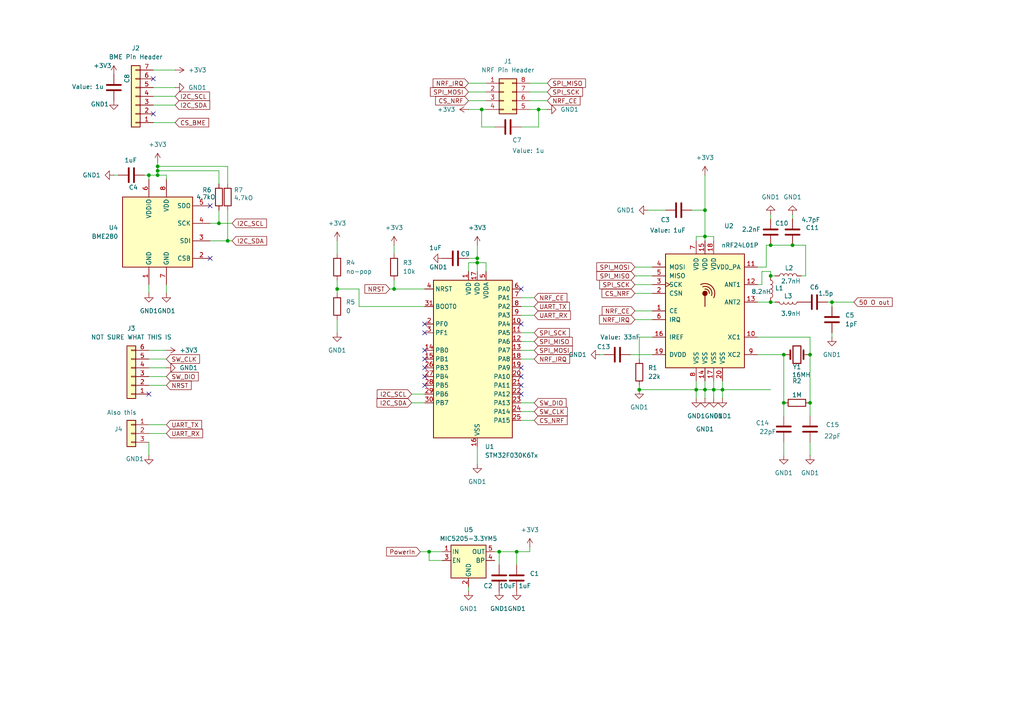
<source format=kicad_sch>
(kicad_sch (version 20231120) (generator "eeschema") (generator_version "8.0")
  (paper "A4")
  (lib_symbols
    (symbol "Connector_Generic:Conn_01x03" (pin_names (offset 1.016) hide)
      (property "Reference" "J" (at 0 5.08 0))
      (property "Value" "Conn_01x03" (at 0 -5.08 0))
      (symbol "Conn_01x03_1_1"
        (rectangle (start -1.27 -2.413) (end 0 -2.667) (stroke (width 0.1524)))
        (rectangle (start -1.27 0.127) (end 0 -0.127) (stroke (width 0.1524)))
        (rectangle (start -1.27 2.667) (end 0 2.413) (stroke (width 0.1524)))
        (rectangle (start -1.27 3.81) (end 1.27 -3.81) (stroke (width 0.254)) (fill (type background)))
        (pin passive line (at -5.08 2.54 0) (length 3.81) (name "Pin_1") (number "1"))
        (pin passive line (at -5.08 0 0) (length 3.81) (name "Pin_2") (number "2"))
        (pin passive line (at -5.08 -2.54 0) (length 3.81) (name "Pin_3") (number "3"))
      )
    )
    (symbol "Connector_Generic:Conn_01x06" (pin_names (offset 1.016) hide)
      (property "Reference" "J" (at 0 7.62 0))
      (property "Value" "Conn_01x06" (at 0 -10.16 0))
      (symbol "Conn_01x06_1_1"
        (rectangle (start -1.27 -7.493) (end 0 -7.747) (stroke (width 0.1524)))
        (rectangle (start -1.27 -4.953) (end 0 -5.207) (stroke (width 0.1524)))
        (rectangle (start -1.27 -2.413) (end 0 -2.667) (stroke (width 0.1524)))
        (rectangle (start -1.27 0.127) (end 0 -0.127) (stroke (width 0.1524)))
        (rectangle (start -1.27 2.667) (end 0 2.413) (stroke (width 0.1524)))
        (rectangle (start -1.27 5.207) (end 0 4.953) (stroke (width 0.1524)))
        (rectangle (start -1.27 6.35) (end 1.27 -8.89) (stroke (width 0.254)) (fill (type background)))
        (pin passive line (at -5.08 5.08 0) (length 3.81) (name "Pin_1") (number "1"))
        (pin passive line (at -5.08 2.54 0) (length 3.81) (name "Pin_2") (number "2"))
        (pin passive line (at -5.08 0 0) (length 3.81) (name "Pin_3") (number "3"))
        (pin passive line (at -5.08 -2.54 0) (length 3.81) (name "Pin_4") (number "4"))
        (pin passive line (at -5.08 -5.08 0) (length 3.81) (name "Pin_5") (number "5"))
        (pin passive line (at -5.08 -7.62 0) (length 3.81) (name "Pin_6") (number "6"))
      )
    )
    (symbol "Connector_Generic:Conn_01x07" (pin_names (offset 1.016) hide)
      (property "Reference" "J" (at 0 10.16 0))
      (property "Value" "Conn_01x07" (at 0 -10.16 0))
      (symbol "Conn_01x07_1_1"
        (rectangle (start -1.27 -7.493) (end 0 -7.747) (stroke (width 0.1524)))
        (rectangle (start -1.27 -4.953) (end 0 -5.207) (stroke (width 0.1524)))
        (rectangle (start -1.27 -2.413) (end 0 -2.667) (stroke (width 0.1524)))
        (rectangle (start -1.27 0.127) (end 0 -0.127) (stroke (width 0.1524)))
        (rectangle (start -1.27 2.667) (end 0 2.413) (stroke (width 0.1524)))
        (rectangle (start -1.27 5.207) (end 0 4.953) (stroke (width 0.1524)))
        (rectangle (start -1.27 7.747) (end 0 7.493) (stroke (width 0.1524)))
        (rectangle (start -1.27 8.89) (end 1.27 -8.89) (stroke (width 0.254)) (fill (type background)))
        (pin passive line (at -5.08 7.62 0) (length 3.81) (name "Pin_1") (number "1"))
        (pin passive line (at -5.08 5.08 0) (length 3.81) (name "Pin_2") (number "2"))
        (pin passive line (at -5.08 2.54 0) (length 3.81) (name "Pin_3") (number "3"))
        (pin passive line (at -5.08 0 0) (length 3.81) (name "Pin_4") (number "4"))
        (pin passive line (at -5.08 -2.54 0) (length 3.81) (name "Pin_5") (number "5"))
        (pin passive line (at -5.08 -5.08 0) (length 3.81) (name "Pin_6") (number "6"))
        (pin passive line (at -5.08 -7.62 0) (length 3.81) (name "Pin_7") (number "7"))
      )
    )
    (symbol "Connector_Generic:Conn_02x04_Counter_Clockwise" (pin_names (offset 1.016) hide)
      (property "Reference" "J" (at 1.27 5.08 0))
      (property "Value" "Conn_02x04_Counter_Clockwise" (at 1.27 -7.62 0))
      (symbol "Conn_02x04_Counter_Clockwise_1_1"
        (rectangle (start -1.27 -4.953) (end 0 -5.207) (stroke (width 0.1524)))
        (rectangle (start -1.27 -2.413) (end 0 -2.667) (stroke (width 0.1524)))
        (rectangle (start -1.27 0.127) (end 0 -0.127) (stroke (width 0.1524)))
        (rectangle (start -1.27 2.667) (end 0 2.413) (stroke (width 0.1524)))
        (rectangle (start -1.27 3.81) (end 3.81 -6.35) (stroke (width 0.254)) (fill (type background)))
        (rectangle (start 3.81 -4.953) (end 2.54 -5.207) (stroke (width 0.1524)))
        (rectangle (start 3.81 -2.413) (end 2.54 -2.667) (stroke (width 0.1524)))
        (rectangle (start 3.81 0.127) (end 2.54 -0.127) (stroke (width 0.1524)))
        (rectangle (start 3.81 2.667) (end 2.54 2.413) (stroke (width 0.1524)))
        (pin passive line (at -5.08 2.54 0) (length 3.81) (name "Pin_1") (number "1"))
        (pin passive line (at -5.08 0 0) (length 3.81) (name "Pin_2") (number "2"))
        (pin passive line (at -5.08 -2.54 0) (length 3.81) (name "Pin_3") (number "3"))
        (pin passive line (at -5.08 -5.08 0) (length 3.81) (name "Pin_4") (number "4"))
        (pin passive line (at 7.62 -5.08 180) (length 3.81) (name "Pin_5") (number "5"))
        (pin passive line (at 7.62 -2.54 180) (length 3.81) (name "Pin_6") (number "6"))
        (pin passive line (at 7.62 0 180) (length 3.81) (name "Pin_7") (number "7"))
        (pin passive line (at 7.62 2.54 180) (length 3.81) (name "Pin_8") (number "8"))
      )
    )
    (symbol "Device:C" (pin_numbers hide) (pin_names (offset 0.254))
      (property "Reference" "C" (at 0.635 2.54 0))
      (property "Value" "C" (at 0.635 -2.54 0))
      (symbol "C_0_1"
        (polyline (pts (xy -2.032 -0.762) (xy 2.032 -0.762)) (stroke (width 0.508)))
        (polyline (pts (xy -2.032 0.762) (xy 2.032 0.762)) (stroke (width 0.508)))
      )
      (symbol "C_1_1"
        (pin passive line (at 0 3.81 270) (length 2.794) (name "~") (number "1"))
        (pin passive line (at 0 -3.81 90) (length 2.794) (name "~") (number "2"))
      )
    )
    (symbol "Device:Crystal" (pin_numbers hide) (pin_names (offset 1.016) hide)
      (property "Reference" "Y" (at 0 3.81 0))
      (property "Value" "Crystal" (at 0 -3.81 0))
      (symbol "Crystal_0_1"
        (rectangle (start -1.143 2.54) (end 1.143 -2.54) (stroke (width 0.3048)))
        (polyline (pts (xy -2.54 0) (xy -1.905 0)))
        (polyline (pts (xy -1.905 -1.27) (xy -1.905 1.27)) (stroke (width 0.508)))
        (polyline (pts (xy 1.905 -1.27) (xy 1.905 1.27)) (stroke (width 0.508)))
        (polyline (pts (xy 2.54 0) (xy 1.905 0)))
      )
      (symbol "Crystal_1_1"
        (pin passive line (at -3.81 0 0) (length 1.27) (name "1") (number "1"))
        (pin passive line (at 3.81 0 180) (length 1.27) (name "2") (number "2"))
      )
    )
    (symbol "Device:L" (pin_numbers hide) (pin_names (offset 1.016) hide)
      (property "Reference" "L" (at -1.27 0 90))
      (property "Value" "L" (at 1.905 0 90))
      (symbol "L_0_1"
        (arc (start 0 -2.54) (mid 0.6323 -1.905) (end 0 -1.27))
        (arc (start 0 -1.27) (mid 0.6323 -0.635) (end 0 0))
        (arc (start 0 0) (mid 0.6323 0.635) (end 0 1.27))
        (arc (start 0 1.27) (mid 0.6323 1.905) (end 0 2.54))
      )
      (symbol "L_1_1"
        (pin passive line (at 0 3.81 270) (length 1.27) (name "1") (number "1"))
        (pin passive line (at 0 -3.81 90) (length 1.27) (name "2") (number "2"))
      )
    )
    (symbol "Device:R" (pin_numbers hide) (pin_names (offset 0))
      (property "Reference" "R" (at 2.032 0 90))
      (property "Value" "R" (at 0 0 90))
      (symbol "R_0_1"
        (rectangle (start -1.016 -2.54) (end 1.016 2.54) (stroke (width 0.254)))
      )
      (symbol "R_1_1"
        (pin passive line (at 0 3.81 270) (length 1.27) (name "~") (number "1"))
        (pin passive line (at 0 -3.81 90) (length 1.27) (name "~") (number "2"))
      )
    )
    (symbol "MCU_ST_STM32F0:STM32F030K6Tx"
      (property "Reference" "U" (at -10.16 24.13 0))
      (property "Value" "STM32F030K6Tx" (at 7.62 24.13 0))
      (symbol "STM32F030K6Tx_0_1"
        (rectangle (start -10.16 -22.86) (end 12.7 22.86) (stroke (width 0.254)) (fill (type background)))
      )
      (symbol "STM32F030K6Tx_1_1"
        (pin power_in line (at 0 25.4 270) (length 2.54) (name "VDD") (number "1"))
        (pin bidirectional line (at 15.24 10.16 180) (length 2.54) (name "PA4") (number "10"))
        (pin bidirectional line (at 15.24 7.62 180) (length 2.54) (name "PA5") (number "11"))
        (pin bidirectional line (at 15.24 5.08 180) (length 2.54) (name "PA6") (number "12"))
        (pin bidirectional line (at 15.24 2.54 180) (length 2.54) (name "PA7") (number "13"))
        (pin bidirectional line (at -12.7 2.54 0) (length 2.54) (name "PB0") (number "14"))
        (pin bidirectional line (at -12.7 0 0) (length 2.54) (name "PB1") (number "15"))
        (pin power_in line (at 2.54 -25.4 90) (length 2.54) (name "VSS") (number "16"))
        (pin power_in line (at 2.54 25.4 270) (length 2.54) (name "VDD") (number "17"))
        (pin bidirectional line (at 15.24 0 180) (length 2.54) (name "PA8") (number "18"))
        (pin bidirectional line (at 15.24 -2.54 180) (length 2.54) (name "PA9") (number "19"))
        (pin bidirectional line (at -12.7 10.16 0) (length 2.54) (name "PF0") (number "2"))
        (pin bidirectional line (at 15.24 -5.08 180) (length 2.54) (name "PA10") (number "20"))
        (pin bidirectional line (at 15.24 -7.62 180) (length 2.54) (name "PA11") (number "21"))
        (pin bidirectional line (at 15.24 -10.16 180) (length 2.54) (name "PA12") (number "22"))
        (pin bidirectional line (at 15.24 -12.7 180) (length 2.54) (name "PA13") (number "23"))
        (pin bidirectional line (at 15.24 -15.24 180) (length 2.54) (name "PA14") (number "24"))
        (pin bidirectional line (at 15.24 -17.78 180) (length 2.54) (name "PA15") (number "25"))
        (pin bidirectional line (at -12.7 -2.54 0) (length 2.54) (name "PB3") (number "26"))
        (pin bidirectional line (at -12.7 -5.08 0) (length 2.54) (name "PB4") (number "27"))
        (pin bidirectional line (at -12.7 -7.62 0) (length 2.54) (name "PB5") (number "28"))
        (pin bidirectional line (at -12.7 -10.16 0) (length 2.54) (name "PB6") (number "29"))
        (pin bidirectional line (at -12.7 7.62 0) (length 2.54) (name "PF1") (number "3"))
        (pin bidirectional line (at -12.7 -12.7 0) (length 2.54) (name "PB7") (number "30"))
        (pin input line (at -12.7 15.24 0) (length 2.54) (name "BOOT0") (number "31"))
        (pin passive line (at 2.54 -25.4 90) (length 2.54) hide (name "VSS") (number "32"))
        (pin input line (at -12.7 20.32 0) (length 2.54) (name "NRST") (number "4"))
        (pin power_in line (at 5.08 25.4 270) (length 2.54) (name "VDDA") (number "5"))
        (pin bidirectional line (at 15.24 20.32 180) (length 2.54) (name "PA0") (number "6"))
        (pin bidirectional line (at 15.24 17.78 180) (length 2.54) (name "PA1") (number "7"))
        (pin bidirectional line (at 15.24 15.24 180) (length 2.54) (name "PA2") (number "8"))
        (pin bidirectional line (at 15.24 12.7 180) (length 2.54) (name "PA3") (number "9"))
      )
    )
    (symbol "RF:nRF24L01P" (pin_names (offset 1.016))
      (property "Reference" "U" (at -11.43 17.78 0))
      (property "Value" "nRF24L01P" (at 5.08 17.78 0))
      (symbol "nRF24L01P_0_1"
        (rectangle (start -11.43 16.51) (end 11.43 -16.51) (stroke (width 0.254)) (fill (type background)))
        (polyline (pts (xy 0 4.445) (xy 0 1.27)) (stroke (width 0.254)))
        (circle (center 0 5.08) (radius 0.635) (stroke (width 0.254)) (fill (type outline)))
        (arc (start 1.27 5.08) (mid 0.9071 5.9946) (end 0 6.35) (stroke (width 0.254)))
        (arc (start 1.905 4.445) (mid 1.4313 6.5254) (end -0.635 6.985) (stroke (width 0.254)))
        (arc (start 2.54 3.81) (mid 2.008 7.088) (end -1.27 7.62) (stroke (width 0.254)))
        (rectangle (start 11.43 -13.97) (end 11.43 -13.97))
      )
      (symbol "nRF24L01P_1_1"
        (pin input line (at -15.24 0 0) (length 3.81) (name "CE") (number "1"))
        (pin passive line (at 15.24 -7.62 180) (length 3.81) (name "XC1") (number "10"))
        (pin power_out line (at 15.24 12.7 180) (length 3.81) (name "VDD_PA") (number "11"))
        (pin passive line (at 15.24 7.62 180) (length 3.81) (name "ANT1") (number "12"))
        (pin passive line (at 15.24 2.54 180) (length 3.81) (name "ANT2") (number "13"))
        (pin power_in line (at 0 -20.32 90) (length 3.81) (name "VSS") (number "14"))
        (pin power_in line (at 0 20.32 270) (length 3.81) (name "VDD") (number "15"))
        (pin passive line (at -15.24 -7.62 0) (length 3.81) (name "IREF") (number "16"))
        (pin power_in line (at 2.54 -20.32 90) (length 3.81) (name "VSS") (number "17"))
        (pin power_in line (at 2.54 20.32 270) (length 3.81) (name "VDD") (number "18"))
        (pin power_out line (at -15.24 -12.7 0) (length 3.81) (name "DVDD") (number "19"))
        (pin input line (at -15.24 5.08 0) (length 3.81) (name "CSN") (number "2"))
        (pin power_in line (at 5.08 -20.32 90) (length 3.81) (name "VSS") (number "20"))
        (pin input clock (at -15.24 7.62 0) (length 3.81) (name "SCK") (number "3"))
        (pin input line (at -15.24 12.7 0) (length 3.81) (name "MOSI") (number "4"))
        (pin output line (at -15.24 10.16 0) (length 3.81) (name "MISO") (number "5"))
        (pin output line (at -15.24 -2.54 0) (length 3.81) (name "IRQ") (number "6"))
        (pin power_in line (at -2.54 20.32 270) (length 3.81) (name "VDD") (number "7"))
        (pin power_in line (at -2.54 -20.32 90) (length 3.81) (name "VSS") (number "8"))
        (pin passive line (at 15.24 -12.7 180) (length 3.81) (name "XC2") (number "9"))
      )
    )
    (symbol "Regulator_Linear:MIC5205-3.3YM5" (pin_names (offset 0.254))
      (property "Reference" "U" (at -3.81 5.715 0))
      (property "Value" "MIC5205-3.3YM5" (at 0 5.715 0))
      (symbol "MIC5205-3.3YM5_0_1"
        (rectangle (start -5.08 4.445) (end 5.08 -5.08) (stroke (width 0.254)) (fill (type background)))
      )
      (symbol "MIC5205-3.3YM5_1_1"
        (pin power_in line (at -7.62 2.54 0) (length 2.54) (name "IN") (number "1"))
        (pin power_in line (at 0 -7.62 90) (length 2.54) (name "GND") (number "2"))
        (pin input line (at -7.62 0 0) (length 2.54) (name "EN") (number "3"))
        (pin input line (at 7.62 0 180) (length 2.54) (name "BP") (number "4"))
        (pin power_out line (at 7.62 2.54 180) (length 2.54) (name "OUT") (number "5"))
      )
    )
    (symbol "Sensor:BME280"
      (property "Reference" "U" (at -8.89 11.43 0))
      (property "Value" "BME280" (at 7.62 11.43 0))
      (symbol "BME280_0_1"
        (rectangle (start -10.16 10.16) (end 10.16 -10.16) (stroke (width 0.254)) (fill (type background)))
      )
      (symbol "BME280_1_1"
        (pin power_in line (at -2.54 -15.24 90) (length 5.08) (name "GND") (number "1"))
        (pin input line (at 15.24 -7.62 180) (length 5.08) (name "CSB") (number "2"))
        (pin bidirectional line (at 15.24 -2.54 180) (length 5.08) (name "SDI") (number "3"))
        (pin input line (at 15.24 2.54 180) (length 5.08) (name "SCK") (number "4"))
        (pin bidirectional line (at 15.24 7.62 180) (length 5.08) (name "SDO") (number "5"))
        (pin power_in line (at -2.54 15.24 270) (length 5.08) (name "VDDIO") (number "6"))
        (pin power_in line (at 2.54 -15.24 90) (length 5.08) (name "GND") (number "7"))
        (pin power_in line (at 2.54 15.24 270) (length 5.08) (name "VDD") (number "8"))
      )
    )
    (symbol "power:+3V3" (power) (pin_numbers hide) (pin_names (offset 0) hide)
      (property "Value" "+3V3" (at 0 3.556 0))
      (symbol "+3V3_0_1"
        (polyline (pts (xy -0.762 1.27) (xy 0 2.54)))
        (polyline (pts (xy 0 0) (xy 0 2.54)))
        (polyline (pts (xy 0 2.54) (xy 0.762 1.27)))
      )
      (symbol "+3V3_1_1"
        (pin power_in line (at 0 0 90) (length 0) (name "~") (number "1"))
      )
    )
    (symbol "power:GND1" (power) (pin_numbers hide) (pin_names (offset 0) hide)
      (property "Value" "GND1" (at 0 -3.81 0))
      (symbol "GND1_0_1"
        (polyline (pts (xy 0 0) (xy 0 -1.27) (xy 1.27 -1.27) (xy 0 -2.54) (xy -1.27 -1.27) (xy 0 -1.27)))
      )
      (symbol "GND1_1_1"
        (pin power_in line (at 0 0 270) (length 0) (name "~") (number "1"))
      )
    )
  )
  (junction (at 223.52 87.63))
  (junction (at 209.55 113.03))
  (junction (at 229.87 71.12))
  (junction (at 223.52 80.01))
  (junction (at 201.93 113.03))
  (junction (at 138.43 76.2))
  (junction (at 144.78 160.02))
  (junction (at 223.52 71.12))
  (junction (at 234.95 116.84))
  (junction (at 45.72 50.8))
  (junction (at 45.72 48.26))
  (junction (at 66.04 69.85))
  (junction (at 204.47 60.96))
  (junction (at 234.95 102.87))
  (junction (at 241.3 87.63))
  (junction (at 149.86 160.02))
  (junction (at 45.72 49.53))
  (junction (at 156.21 31.75))
  (junction (at 204.47 113.03))
  (junction (at 138.43 74.93))
  (junction (at 227.33 102.87))
  (junction (at 124.46 160.02))
  (junction (at 114.3 83.82))
  (junction (at 185.42 113.03))
  (junction (at 63.5 64.77))
  (junction (at 43.18 50.8))
  (junction (at 207.01 113.03))
  (junction (at 204.47 68.58))
  (junction (at 227.33 116.84))
  (junction (at 139.7 31.75))
  (junction (at 97.79 83.82))
  (no_connect (at 123.19 111.76))
  (no_connect (at 151.13 83.82))
  (no_connect (at 151.13 93.98))
  (no_connect (at 151.13 106.68))
  (no_connect (at 43.18 114.3))
  (no_connect (at 151.13 111.76))
  (no_connect (at 123.19 104.14))
  (no_connect (at 123.19 93.98))
  (no_connect (at 123.19 109.22))
  (no_connect (at 151.13 114.3))
  (no_connect (at 123.19 106.68))
  (no_connect (at 123.19 101.6))
  (no_connect (at 60.96 74.93))
  (no_connect (at 123.19 96.52))
  (no_connect (at 60.96 59.69))
  (no_connect (at 44.45 22.86))
  (no_connect (at 44.45 33.02))
  (no_connect (at 151.13 109.22))
  (wire (pts (xy 138.43 74.93) (xy 138.43 76.2)))
  (wire (pts (xy 207.01 69.85) (xy 207.01 68.58)))
  (wire (pts (xy 43.18 111.76) (xy 48.26 111.76)))
  (wire (pts (xy 60.96 64.77) (xy 63.5 64.77)))
  (wire (pts (xy 185.42 111.76) (xy 185.42 113.03)))
  (wire (pts (xy 219.71 102.87) (xy 227.33 102.87)))
  (wire (pts (xy 184.15 85.09) (xy 189.23 85.09)))
  (wire (pts (xy 45.72 46.99) (xy 45.72 48.26)))
  (wire (pts (xy 119.38 114.3) (xy 123.19 114.3)))
  (wire (pts (xy 97.79 83.82) (xy 97.79 81.28)))
  (wire (pts (xy 234.95 97.79) (xy 234.95 102.87)))
  (wire (pts (xy 227.33 116.84) (xy 227.33 120.65)))
  (wire (pts (xy 153.67 160.02) (xy 149.86 160.02)))
  (wire (pts (xy 104.14 88.9) (xy 104.14 83.82)))
  (wire (pts (xy 43.18 82.55) (xy 43.18 85.09)))
  (wire (pts (xy 223.52 80.01) (xy 224.79 80.01)))
  (wire (pts (xy 151.13 36.83) (xy 156.21 36.83)))
  (wire (pts (xy 207.01 110.49) (xy 207.01 113.03)))
  (wire (pts (xy 151.13 116.84) (xy 154.94 116.84)))
  (wire (pts (xy 43.18 106.68) (xy 48.26 106.68)))
  (wire (pts (xy 241.3 87.63) (xy 241.3 88.9)))
  (wire (pts (xy 227.33 102.87) (xy 227.33 116.84)))
  (wire (pts (xy 97.79 69.85) (xy 97.79 73.66)))
  (wire (pts (xy 44.45 25.4) (xy 50.8 25.4)))
  (wire (pts (xy 222.25 71.12) (xy 223.52 71.12)))
  (wire (pts (xy 204.47 60.96) (xy 204.47 68.58)))
  (wire (pts (xy 223.52 62.23) (xy 223.52 63.5)))
  (wire (pts (xy 139.7 31.75) (xy 140.97 31.75)))
  (wire (pts (xy 48.26 50.8) (xy 48.26 52.07)))
  (wire (pts (xy 149.86 160.02) (xy 149.86 163.83)))
  (wire (pts (xy 201.93 113.03) (xy 204.47 113.03)))
  (wire (pts (xy 185.42 97.79) (xy 185.42 104.14)))
  (wire (pts (xy 229.87 71.12) (xy 233.68 71.12)))
  (wire (pts (xy 151.13 88.9) (xy 154.94 88.9)))
  (wire (pts (xy 153.67 29.21) (xy 158.75 29.21)))
  (wire (pts (xy 138.43 129.54) (xy 138.43 134.62)))
  (wire (pts (xy 114.3 71.12) (xy 114.3 73.66)))
  (wire (pts (xy 135.89 24.13) (xy 140.97 24.13)))
  (wire (pts (xy 45.72 48.26) (xy 66.04 48.26)))
  (wire (pts (xy 44.45 27.94) (xy 50.8 27.94)))
  (wire (pts (xy 43.18 109.22) (xy 48.26 109.22)))
  (wire (pts (xy 33.02 50.8) (xy 34.29 50.8)))
  (wire (pts (xy 43.18 50.8) (xy 45.72 50.8)))
  (wire (pts (xy 44.45 20.32) (xy 50.8 20.32)))
  (wire (pts (xy 173.99 102.87) (xy 175.26 102.87)))
  (wire (pts (xy 185.42 113.03) (xy 201.93 113.03)))
  (wire (pts (xy 138.43 76.2) (xy 140.97 76.2)))
  (wire (pts (xy 135.89 76.2) (xy 135.89 78.74)))
  (wire (pts (xy 135.89 26.67) (xy 140.97 26.67)))
  (wire (pts (xy 114.3 83.82) (xy 123.19 83.82)))
  (wire (pts (xy 184.15 77.47) (xy 189.23 77.47)))
  (wire (pts (xy 153.67 31.75) (xy 156.21 31.75)))
  (wire (pts (xy 189.23 97.79) (xy 185.42 97.79)))
  (wire (pts (xy 234.95 102.87) (xy 234.95 116.84)))
  (wire (pts (xy 227.33 128.27) (xy 227.33 132.08)))
  (wire (pts (xy 45.72 49.53) (xy 45.72 50.8)))
  (wire (pts (xy 119.38 116.84) (xy 123.19 116.84)))
  (wire (pts (xy 233.68 71.12) (xy 233.68 80.01)))
  (wire (pts (xy 204.47 113.03) (xy 204.47 115.57)))
  (wire (pts (xy 184.15 82.55) (xy 189.23 82.55)))
  (wire (pts (xy 201.93 110.49) (xy 201.93 113.03)))
  (wire (pts (xy 151.13 121.92) (xy 154.94 121.92)))
  (wire (pts (xy 138.43 71.12) (xy 138.43 74.93)))
  (wire (pts (xy 63.5 60.96) (xy 63.5 64.77)))
  (wire (pts (xy 184.15 90.17) (xy 189.23 90.17)))
  (wire (pts (xy 229.87 62.23) (xy 229.87 63.5)))
  (wire (pts (xy 43.18 104.14) (xy 48.26 104.14)))
  (wire (pts (xy 123.19 88.9) (xy 104.14 88.9)))
  (wire (pts (xy 201.93 113.03) (xy 201.93 115.57)))
  (wire (pts (xy 201.93 68.58) (xy 201.93 69.85)))
  (wire (pts (xy 135.89 74.93) (xy 138.43 74.93)))
  (wire (pts (xy 151.13 119.38) (xy 154.94 119.38)))
  (wire (pts (xy 135.89 31.75) (xy 139.7 31.75)))
  (wire (pts (xy 223.52 71.12) (xy 229.87 71.12)))
  (wire (pts (xy 204.47 68.58) (xy 201.93 68.58)))
  (wire (pts (xy 114.3 83.82) (xy 114.3 81.28)))
  (wire (pts (xy 104.14 83.82) (xy 97.79 83.82)))
  (wire (pts (xy 247.65 87.63) (xy 241.3 87.63)))
  (wire (pts (xy 144.78 160.02) (xy 149.86 160.02)))
  (wire (pts (xy 63.5 49.53) (xy 45.72 49.53)))
  (wire (pts (xy 204.47 50.8) (xy 204.47 60.96)))
  (wire (pts (xy 63.5 49.53) (xy 63.5 53.34)))
  (wire (pts (xy 43.18 50.8) (xy 43.18 52.07)))
  (wire (pts (xy 151.13 104.14) (xy 154.94 104.14)))
  (wire (pts (xy 233.68 80.01) (xy 232.41 80.01)))
  (wire (pts (xy 240.03 87.63) (xy 241.3 87.63)))
  (wire (pts (xy 43.18 128.27) (xy 43.18 132.08)))
  (wire (pts (xy 45.72 48.26) (xy 45.72 49.53)))
  (wire (pts (xy 135.89 170.18) (xy 135.89 171.45)))
  (wire (pts (xy 124.46 160.02) (xy 128.27 160.02)))
  (wire (pts (xy 60.96 69.85) (xy 66.04 69.85)))
  (wire (pts (xy 200.66 60.96) (xy 204.47 60.96)))
  (wire (pts (xy 66.04 60.96) (xy 66.04 69.85)))
  (wire (pts (xy 151.13 101.6) (xy 154.94 101.6)))
  (wire (pts (xy 234.95 128.27) (xy 234.95 132.08)))
  (wire (pts (xy 41.91 50.8) (xy 43.18 50.8)))
  (wire (pts (xy 44.45 30.48) (xy 50.8 30.48)))
  (wire (pts (xy 139.7 36.83) (xy 143.51 36.83)))
  (wire (pts (xy 144.78 160.02) (xy 144.78 163.83)))
  (wire (pts (xy 153.67 158.75) (xy 153.67 160.02)))
  (wire (pts (xy 45.72 50.8) (xy 48.26 50.8)))
  (wire (pts (xy 66.04 69.85) (xy 67.31 69.85)))
  (wire (pts (xy 222.25 77.47) (xy 222.25 71.12)))
  (wire (pts (xy 184.15 80.01) (xy 189.23 80.01)))
  (wire (pts (xy 151.13 91.44) (xy 154.94 91.44)))
  (wire (pts (xy 124.46 162.56) (xy 124.46 160.02)))
  (wire (pts (xy 204.47 68.58) (xy 204.47 69.85)))
  (wire (pts (xy 63.5 64.77) (xy 67.31 64.77)))
  (wire (pts (xy 219.71 82.55) (xy 220.98 82.55)))
  (wire (pts (xy 97.79 83.82) (xy 97.79 85.09)))
  (wire (pts (xy 219.71 97.79) (xy 234.95 97.79)))
  (wire (pts (xy 66.04 48.26) (xy 66.04 53.34)))
  (wire (pts (xy 143.51 160.02) (xy 144.78 160.02)))
  (wire (pts (xy 151.13 99.06) (xy 154.94 99.06)))
  (wire (pts (xy 48.26 82.55) (xy 48.26 85.09)))
  (wire (pts (xy 135.89 76.2) (xy 138.43 76.2)))
  (wire (pts (xy 156.21 31.75) (xy 158.75 31.75)))
  (wire (pts (xy 139.7 31.75) (xy 139.7 36.83)))
  (wire (pts (xy 184.15 92.71) (xy 189.23 92.71)))
  (wire (pts (xy 128.27 162.56) (xy 124.46 162.56)))
  (wire (pts (xy 241.3 97.79) (xy 241.3 96.52)))
  (wire (pts (xy 219.71 77.47) (xy 222.25 77.47)))
  (wire (pts (xy 207.01 113.03) (xy 209.55 113.03)))
  (wire (pts (xy 156.21 31.75) (xy 156.21 36.83)))
  (wire (pts (xy 43.18 101.6) (xy 48.26 101.6)))
  (wire (pts (xy 138.43 76.2) (xy 138.43 78.74)))
  (wire (pts (xy 223.52 78.74) (xy 220.98 78.74)))
  (wire (pts (xy 219.71 87.63) (xy 223.52 87.63)))
  (wire (pts (xy 113.03 83.82) (xy 114.3 83.82)))
  (wire (pts (xy 223.52 113.03) (xy 209.55 113.03)))
  (wire (pts (xy 151.13 96.52) (xy 154.94 96.52)))
  (wire (pts (xy 223.52 87.63) (xy 224.79 87.63)))
  (wire (pts (xy 209.55 110.49) (xy 209.55 113.03)))
  (wire (pts (xy 223.52 80.01) (xy 223.52 78.74)))
  (wire (pts (xy 153.67 26.67) (xy 158.75 26.67)))
  (wire (pts (xy 140.97 76.2) (xy 140.97 78.74)))
  (wire (pts (xy 153.67 24.13) (xy 158.75 24.13)))
  (wire (pts (xy 97.79 92.71) (xy 97.79 96.52)))
  (wire (pts (xy 209.55 113.03) (xy 209.55 115.57)))
  (wire (pts (xy 220.98 78.74) (xy 220.98 82.55)))
  (wire (pts (xy 151.13 86.36) (xy 154.94 86.36)))
  (wire (pts (xy 43.18 123.19) (xy 48.26 123.19)))
  (wire (pts (xy 135.89 29.21) (xy 140.97 29.21)))
  (wire (pts (xy 204.47 110.49) (xy 204.47 113.03)))
  (wire (pts (xy 44.45 35.56) (xy 50.8 35.56)))
  (wire (pts (xy 43.18 125.73) (xy 48.26 125.73)))
  (wire (pts (xy 207.01 113.03) (xy 207.01 115.57)))
  (wire (pts (xy 182.88 102.87) (xy 189.23 102.87)))
  (wire (pts (xy 234.95 120.65) (xy 234.95 116.84)))
  (wire (pts (xy 204.47 113.03) (xy 207.01 113.03)))
  (wire (pts (xy 207.01 68.58) (xy 204.47 68.58)))
  (wire (pts (xy 121.92 160.02) (xy 124.46 160.02)))
  (wire (pts (xy 187.96 60.96) (xy 193.04 60.96)))
  (global_label "I2C_SCL" (shape input) (at 50.8 27.94 0) (property "Intersheetrefs" "${INTERSHEET_REFS}" (effects (hide yes))))
  (global_label "I2C_SDA" (shape input) (at 67.31 69.85 0) (property "Intersheetrefs" "${INTERSHEET_REFS}" (effects (hide yes))))
  (global_label "NRF_CE" (shape input) (at 154.94 86.36 0) (property "Intersheetrefs" "${INTERSHEET_REFS}" (effects (hide yes))))
  (global_label "NRST" (shape input) (at 113.03 83.82 180) (property "Intersheetrefs" "${INTERSHEET_REFS}" (effects (hide yes))))
  (global_label "UART_TX" (shape input) (at 154.94 88.9 0) (property "Intersheetrefs" "${INTERSHEET_REFS}" (effects (hide yes))))
  (global_label "SPI_SCK" (shape input) (at 158.75 26.67 0) (property "Intersheetrefs" "${INTERSHEET_REFS}" (effects (hide yes))))
  (global_label "SPI_MISO" (shape input) (at 184.15 80.01 180) (property "Intersheetrefs" "${INTERSHEET_REFS}" (effects (hide yes))))
  (global_label "SPI_SCK" (shape input) (at 184.15 82.55 180) (property "Intersheetrefs" "${INTERSHEET_REFS}" (effects (hide yes))))
  (global_label "NRF_CE" (shape input) (at 184.15 90.17 180) (property "Intersheetrefs" "${INTERSHEET_REFS}" (effects (hide yes))))
  (global_label "UART_RX" (shape input) (at 48.26 125.73 0) (property "Intersheetrefs" "${INTERSHEET_REFS}" (effects (hide yes))))
  (global_label "SPI_MISO" (shape input) (at 154.94 99.06 0) (property "Intersheetrefs" "${INTERSHEET_REFS}" (effects (hide yes))))
  (global_label "NRF_CE" (shape input) (at 158.75 29.21 0) (property "Intersheetrefs" "${INTERSHEET_REFS}" (effects (hide yes))))
  (global_label "CS_NRF" (shape input) (at 154.94 121.92 0) (property "Intersheetrefs" "${INTERSHEET_REFS}" (effects (hide yes))))
  (global_label "SPI_MISO" (shape input) (at 158.75 24.13 0) (property "Intersheetrefs" "${INTERSHEET_REFS}" (effects (hide yes))))
  (global_label "NRF_IRQ" (shape input) (at 154.94 104.14 0) (property "Intersheetrefs" "${INTERSHEET_REFS}" (effects (hide yes))))
  (global_label "I2C_SDA" (shape input) (at 50.8 30.48 0) (property "Intersheetrefs" "${INTERSHEET_REFS}" (effects (hide yes))))
  (global_label "SPI_MOSI" (shape input) (at 135.89 26.67 180) (property "Intersheetrefs" "${INTERSHEET_REFS}" (effects (hide yes))))
  (global_label "SW_DIO" (shape input) (at 154.94 116.84 0) (property "Intersheetrefs" "${INTERSHEET_REFS}" (effects (hide yes))))
  (global_label "NRF_IRQ" (shape input) (at 184.15 92.71 180) (property "Intersheetrefs" "${INTERSHEET_REFS}" (effects (hide yes))))
  (global_label "I2C_SCL" (shape input) (at 119.38 114.3 180) (property "Intersheetrefs" "${INTERSHEET_REFS}" (effects (hide yes))))
  (global_label "NRST" (shape input) (at 48.26 111.76 0) (property "Intersheetrefs" "${INTERSHEET_REFS}" (effects (hide yes))))
  (global_label "I2C_SCL" (shape input) (at 67.31 64.77 0) (property "Intersheetrefs" "${INTERSHEET_REFS}" (effects (hide yes))))
  (global_label "SW_CLK" (shape input) (at 154.94 119.38 0) (property "Intersheetrefs" "${INTERSHEET_REFS}" (effects (hide yes))))
  (global_label "UART_RX" (shape input) (at 154.94 91.44 0) (property "Intersheetrefs" "${INTERSHEET_REFS}" (effects (hide yes))))
  (global_label "UART_TX" (shape input) (at 48.26 123.19 0) (property "Intersheetrefs" "${INTERSHEET_REFS}" (effects (hide yes))))
  (global_label "SPI_SCK" (shape input) (at 154.94 96.52 0) (property "Intersheetrefs" "${INTERSHEET_REFS}" (effects (hide yes))))
  (global_label "CS_NRF" (shape input) (at 135.89 29.21 180) (property "Intersheetrefs" "${INTERSHEET_REFS}" (effects (hide yes))))
  (global_label "CS_BME" (shape input) (at 50.8 35.56 0) (property "Intersheetrefs" "${INTERSHEET_REFS}" (effects (hide yes))))
  (global_label "I2C_SDA" (shape input) (at 119.38 116.84 180) (property "Intersheetrefs" "${INTERSHEET_REFS}" (effects (hide yes))))
  (global_label "SPI_MOSI" (shape input) (at 154.94 101.6 0) (property "Intersheetrefs" "${INTERSHEET_REFS}" (effects (hide yes))))
  (global_label "SW_CLK" (shape input) (at 48.26 104.14 0) (property "Intersheetrefs" "${INTERSHEET_REFS}" (effects (hide yes))))
  (global_label "PowerIn" (shape input) (at 121.92 160.02 180) (property "Intersheetrefs" "${INTERSHEET_REFS}" (effects (hide yes))))
  (global_label "SW_DIO" (shape input) (at 48.26 109.22 0) (property "Intersheetrefs" "${INTERSHEET_REFS}" (effects (hide yes))))
  (global_label "50 O out" (shape input) (at 247.65 87.63 0) (property "Intersheetrefs" "${INTERSHEET_REFS}" (effects (hide yes))))
  (global_label "CS_NRF" (shape input) (at 184.15 85.09 180) (property "Intersheetrefs" "${INTERSHEET_REFS}" (effects (hide yes))))
  (global_label "SPI_MOSI" (shape input) (at 184.15 77.47 180) (property "Intersheetrefs" "${INTERSHEET_REFS}" (effects (hide yes))))
  (global_label "NRF_IRQ" (shape input) (at 135.89 24.13 180) (property "Intersheetrefs" "${INTERSHEET_REFS}" (effects (hide yes))))
  (symbol (lib_id "power:GND1") (at 173.99 102.87 270) (mirror x) (unit 1)
    (property "Reference" "#PWR025" (effects (hide yes)))
    (property "Value" "GND1" (at 170.18 102.8699 90) (effects (justify right)))
    (property "Description" "Power symbol creates a global label with name \"GND1\" , ground" (effects (hide yes)))
  )
  (symbol (lib_id "power:GND1") (at 158.75 31.75 90) (mirror x) (unit 1)
    (property "Reference" "#PWR031" (effects (hide yes)))
    (property "Value" "GND1" (at 162.56 31.7501 90) (effects (justify right)))
    (property "Description" "Power symbol creates a global label with name \"GND1\" , ground" (effects (hide yes)))
  )
  (symbol (lib_id "power:GND1") (at 234.95 132.08 0) (unit 1)
    (property "Reference" "#PWR027" (effects (hide yes)))
    (property "Value" "GND1" (at 234.95 137.16 0))
    (property "Description" "Power symbol creates a global label with name \"GND1\" , ground" (effects (hide yes)))
  )
  (symbol (lib_id "power:GND1") (at 229.87 62.23 0) (mirror x) (unit 1)
    (property "Reference" "#PWR019" (effects (hide yes)))
    (property "Value" "GND1" (at 229.87 57.15 0))
    (property "Description" "Power symbol creates a global label with name \"GND1\" , ground" (effects (hide yes)))
  )
  (symbol (lib_id "power:GND1") (at 33.02 29.21 0) (unit 1)
    (property "Reference" "#PWR035" (effects (hide yes)))
    (property "Value" "GND1" (at 28.956 30.226 0))
    (property "Description" "Power symbol creates a global label with name \"GND1\" , ground" (effects (hide yes)))
  )
  (symbol (lib_id "Device:C") (at 241.3 92.71 0) (unit 1)
    (property "Reference" "C5" (at 245.11 91.4399 0) (effects (justify left)))
    (property "Value" "1pF" (at 245.11 93.9799 0) (effects (justify left)))
    (property "Footprint" "Capacitor_SMD:C_0603_1608Metric_Pad1.08x0.95mm_HandSolder" (effects (hide yes)))
    (property "Description" "Unpolarized capacitor" (effects (hide yes)))
  )
  (symbol (lib_id "Device:L") (at 223.52 83.82 0) (unit 1)
    (property "Reference" "L1" (at 224.79 83.566 0) (effects (justify left)))
    (property "Value" "8.2nH" (at 217.932 84.582 0) (effects (justify left)))
    (property "Footprint" "Inductor_SMD:L_0603_1608Metric_Pad1.05x0.95mm_HandSolder" (effects (hide yes)))
    (property "Description" "Inductor" (effects (hide yes)))
  )
  (symbol (lib_id "Device:Crystal") (at 231.14 102.87 0) (unit 1)
    (property "Reference" "Y1" (at 231.14 106.426 0))
    (property "Value" "16MH" (at 232.41 108.712 0))
    (property "Footprint" "ECS-160-20-46X:XTAL_ECS-160-20-46X" (effects (hide yes)))
    (property "Description" "Two pin crystal" (effects (hide yes)))
  )
  (symbol (lib_id "power:GND1") (at 187.96 60.96 270) (mirror x) (unit 1)
    (property "Reference" "#PWR024" (effects (hide yes)))
    (property "Value" "GND1" (at 184.15 60.9599 90) (effects (justify right)))
    (property "Description" "Power symbol creates a global label with name \"GND1\" , ground" (effects (hide yes)))
  )
  (symbol (lib_id "power:+3V3") (at 50.8 20.32 270) (unit 1)
    (property "Reference" "#PWR032" (effects (hide yes)))
    (property "Value" "+3V3" (at 54.61 20.3199 90) (effects (justify left)))
    (property "Description" "Power symbol creates a global label with name \"+3V3\"" (effects (hide yes)))
  )
  (symbol (lib_id "power:GND1") (at 223.52 62.23 0) (mirror x) (unit 1)
    (property "Reference" "#PWR022" (effects (hide yes)))
    (property "Value" "GND1" (at 223.52 57.15 0))
    (property "Description" "Power symbol creates a global label with name \"GND1\" , ground" (effects (hide yes)))
  )
  (symbol (lib_id "Connector_Generic:Conn_01x03") (at 38.1 125.73 0) (mirror y) (unit 1)
    (property "Reference" "J4" (at 35.56 124.4599 0) (effects (justify left)))
    (property "Value" "Also this" (at 39.624 119.634 0) (effects (justify left)))
    (property "Footprint" "Connector_PinHeader_2.54mm:PinHeader_1x03_P2.54mm_Vertical" (effects (hide yes)))
    (property "Description" "Generic connector, single row, 01x03, script generated (kicad-library-utils/schlib/autogen/connector/)" (effects (hide yes)))
  )
  (symbol (lib_id "Device:C") (at 223.52 67.31 0) (unit 1)
    (property "Reference" "C10" (at 224.79 64.77 0) (effects (justify left)))
    (property "Value" "2.2nF" (at 215.138 66.548 0) (effects (justify left)))
    (property "Footprint" "Capacitor_SMD:C_0603_1608Metric_Pad1.08x0.95mm_HandSolder" (effects (hide yes)))
    (property "Description" "Unpolarized capacitor" (effects (hide yes)))
  )
  (symbol (lib_id "power:GND1") (at 227.33 132.08 0) (unit 1)
    (property "Reference" "#PWR026" (effects (hide yes)))
    (property "Value" "GND1" (at 227.33 137.16 0))
    (property "Description" "Power symbol creates a global label with name \"GND1\" , ground" (effects (hide yes)))
  )
  (symbol (lib_id "power:GND1") (at 97.79 96.52 0) (unit 1)
    (property "Reference" "#PWR018" (effects (hide yes)))
    (property "Value" "GND1" (at 97.79 101.6 0))
    (property "Description" "Power symbol creates a global label with name \"GND1\" , ground" (effects (hide yes)))
  )
  (symbol (lib_id "Device:L") (at 228.6 87.63 270) (unit 1)
    (property "Reference" "L3" (at 228.6 85.852 90))
    (property "Value" "3.9nH" (at 229.362 90.932 90))
    (property "Footprint" "Inductor_SMD:L_0603_1608Metric_Pad1.05x0.95mm_HandSolder" (effects (hide yes)))
    (property "Description" "Inductor" (effects (hide yes)))
  )
  (symbol (lib_id "Device:R") (at 63.5 57.15 0) (unit 1)
    (property "Reference" "R6" (at 58.674 55.118 0) (effects (justify left)))
    (property "Value" "4.7kO" (at 56.896 57.15 0) (effects (justify left)))
    (property "Footprint" "Resistor_SMD:R_0603_1608Metric_Pad0.98x0.95mm_HandSolder" (effects (hide yes)))
    (property "Description" "Resistor" (effects (hide yes)))
    (property "Sim.Device" "R" (effects (hide yes)))
    (property "Sim.Type" "=" (effects (hide yes)))
    (property "Sim.Params" "r=22000" (effects (hide yes)))
    (property "Sim.Pins" "1=+ 2=-" (effects (hide yes)))
  )
  (symbol (lib_id "power:GND1") (at 48.26 106.68 90) (unit 1)
    (property "Reference" "#PWR037" (effects (hide yes)))
    (property "Value" "GND1" (at 52.07 106.6799 90) (effects (justify right)))
    (property "Description" "Power symbol creates a global label with name \"GND1\" , ground" (effects (hide yes)))
  )
  (symbol (lib_id "power:+3V3") (at 48.26 101.6 270) (unit 1)
    (property "Reference" "#PWR036" (effects (hide yes)))
    (property "Value" "+3V3" (at 52.07 101.5999 90) (effects (justify left)))
    (property "Description" "Power symbol creates a global label with name \"+3V3\"" (effects (hide yes)))
  )
  (symbol (lib_id "Sensor:BME280") (at 45.72 67.31 0) (unit 1)
    (property "Reference" "U4" (at 34.29 66.0399 0) (effects (justify right)))
    (property "Value" "BME280" (at 34.29 68.5799 0) (effects (justify right)))
    (property "Footprint" "Package_LGA:Bosch_LGA-8_2.5x2.5mm_P0.65mm_ClockwisePinNumbering" (effects (hide yes)))
    (property "Datasheet" "https://www.bosch-sensortec.com/media/boschsensortec/downloads/datasheets/bst-bme280-ds002.pdf" (effects (hide yes)))
    (property "Description" "3-in-1 sensor, humidity, pressure, temperature, I2C and SPI interface, 1.71-3.6V, LGA-8" (effects (hide yes)))
  )
  (symbol (lib_id "Device:R") (at 97.79 77.47 0) (unit 1)
    (property "Reference" "R4" (at 100.33 76.1999 0) (effects (justify left)))
    (property "Value" "no-pop" (at 100.33 78.7399 0) (effects (justify left)))
    (property "Footprint" "Resistor_SMD:R_0603_1608Metric_Pad0.98x0.95mm_HandSolder" (effects (hide yes)))
    (property "Description" "Resistor" (effects (hide yes)))
  )
  (symbol (lib_id "Device:C") (at 229.87 67.31 0) (unit 1)
    (property "Reference" "C11" (at 233.68 66.0399 0) (effects (justify left)))
    (property "Value" "4.7pF" (at 232.41 63.754 0) (effects (justify left)))
    (property "Footprint" "Capacitor_SMD:C_0603_1608Metric_Pad1.08x0.95mm_HandSolder" (effects (hide yes)))
    (property "Description" "Unpolarized capacitor" (effects (hide yes)))
  )
  (symbol (lib_id "Device:R") (at 114.3 77.47 0) (unit 1)
    (property "Reference" "R3" (at 116.84 76.1999 0) (effects (justify left)))
    (property "Value" "10k" (at 116.84 78.7399 0) (effects (justify left)))
    (property "Footprint" "Resistor_SMD:R_0603_1608Metric_Pad0.98x0.95mm_HandSolder" (effects (hide yes)))
    (property "Description" "Resistor" (effects (hide yes)))
  )
  (symbol (lib_id "power:GND1") (at 241.3 97.79 0) (unit 1)
    (property "Reference" "#PWR016" (effects (hide yes)))
    (property "Value" "GND1" (at 241.3 102.87 0))
    (property "Description" "Power symbol creates a global label with name \"GND1\" , ground" (effects (hide yes)))
  )
  (symbol (lib_id "power:GND1") (at 201.93 115.57 0) (unit 1)
    (property "Reference" "#PWR01" (effects (hide yes)))
    (property "Value" "GND1" (at 201.93 120.65 0))
    (property "Description" "Power symbol creates a global label with name \"GND1\" , ground" (effects (hide yes)))
  )
  (symbol (lib_id "Connector_Generic:Conn_01x07") (at 39.37 27.94 180) (unit 1)
    (property "Reference" "J2" (at 39.37 13.97 0))
    (property "Value" "BME Pin Header" (at 39.37 16.51 0))
    (property "Footprint" "Connector_PinHeader_2.54mm:PinHeader_1x07_P2.54mm_Vertical" (effects (hide yes)))
    (property "Description" "Generic connector, single row, 01x07, script generated (kicad-library-utils/schlib/autogen/connector/)" (effects (hide yes)))
  )
  (symbol (lib_id "Device:C") (at 227.33 124.46 0) (unit 1)
    (property "Reference" "C14" (at 219.202 122.682 0) (effects (justify left)))
    (property "Value" "22pF" (at 220.218 125.222 0) (effects (justify left)))
    (property "Footprint" "Capacitor_SMD:C_0603_1608Metric_Pad1.08x0.95mm_HandSolder" (effects (hide yes)))
    (property "Description" "Unpolarized capacitor" (effects (hide yes)))
  )
  (symbol (lib_id "power:+3V3") (at 135.89 31.75 90) (unit 1)
    (property "Reference" "#PWR030" (effects (hide yes)))
    (property "Value" "+3V3" (at 132.08 31.7499 90) (effects (justify left)))
    (property "Description" "Power symbol creates a global label with name \"+3V3\"" (effects (hide yes)))
  )
  (symbol (lib_id "power:GND1") (at 33.02 50.8 270) (unit 1)
    (property "Reference" "#PWR028" (effects (hide yes)))
    (property "Value" "GND1" (at 29.21 50.7999 90) (effects (justify right)))
    (property "Description" "Power symbol creates a global label with name \"GND1\" , ground" (effects (hide yes)))
  )
  (symbol (lib_id "Device:C") (at 33.02 25.4 0) (unit 1)
    (property "Reference" "C8" (at 36.83 24.1299 90) (effects (justify left)))
    (property "Value" "1u" (at 20.828 25.146 0) (show_name yes) (effects (justify left)))
    (property "Footprint" "Capacitor_SMD:C_0603_1608Metric_Pad1.08x0.95mm_HandSolder" (effects (hide yes)))
    (property "Description" "Unpolarized capacitor" (effects (hide yes)))
  )
  (symbol (lib_id "Device:C") (at 147.32 36.83 270) (unit 1)
    (property "Reference" "C7" (at 148.5901 40.64 90) (effects (justify left)))
    (property "Value" "1u" (at 148.59 43.688 90) (show_name yes) (effects (justify left)))
    (property "Footprint" "Capacitor_SMD:C_0603_1608Metric_Pad1.08x0.95mm_HandSolder" (effects (hide yes)))
    (property "Description" "Unpolarized capacitor" (effects (hide yes)))
  )
  (symbol (lib_id "Device:C") (at 149.86 167.64 0) (unit 1)
    (property "Reference" "C1" (at 153.67 166.3699 0) (effects (justify left)))
    (property "Value" "1uF" (at 150.368 169.926 0) (effects (justify left)))
    (property "Footprint" "Capacitor_SMD:C_0603_1608Metric_Pad1.08x0.95mm_HandSolder" (effects (hide yes)))
    (property "Description" "Unpolarized capacitor" (effects (hide yes)))
  )
  (symbol (lib_id "power:GND1") (at 204.47 115.57 0) (unit 1)
    (property "Reference" "#PWR02" (effects (hide yes)))
    (property "Value" "GND1" (at 204.47 124.46 0))
    (property "Description" "Power symbol creates a global label with name \"GND1\" , ground" (effects (hide yes)))
  )
  (symbol (lib_id "power:GND1") (at 128.27 74.93 270) (unit 1)
    (property "Reference" "#PWR023" (effects (hide yes)))
    (property "Value" "GND1" (at 129.794 77.47 90) (effects (justify right)))
    (property "Description" "Power symbol creates a global label with name \"GND1\" , ground" (effects (hide yes)))
  )
  (symbol (lib_id "power:GND1") (at 43.18 85.09 0) (unit 1)
    (property "Reference" "#PWR011" (effects (hide yes)))
    (property "Value" "GND1" (at 43.18 90.17 0))
    (property "Description" "Power symbol creates a global label with name \"GND1\" , ground" (effects (hide yes)))
  )
  (symbol (lib_id "Connector_Generic:Conn_02x04_Counter_Clockwise") (at 146.05 26.67 0) (unit 1)
    (property "Reference" "J1" (at 147.32 17.78 0))
    (property "Value" "NRF Pin Header" (at 147.32 20.32 0))
    (property "Footprint" "Connector_PinHeader_2.54mm:PinHeader_2x04_P2.54mm_Vertical" (effects (hide yes)))
    (property "Description" "Generic connector, double row, 02x04, counter clockwise pin numbering scheme (similar to DIP package numbering), script generated (kicad-library-utils/schlib/autogen/connector/)" (effects (hide yes)))
  )
  (symbol (lib_id "Device:R") (at 97.79 88.9 0) (unit 1)
    (property "Reference" "R5" (at 100.33 87.6299 0) (effects (justify left)))
    (property "Value" "0" (at 100.33 90.1699 0) (effects (justify left)))
    (property "Footprint" "Resistor_SMD:R_0603_1608Metric_Pad0.98x0.95mm_HandSolder" (effects (hide yes)))
    (property "Description" "Resistor" (effects (hide yes)))
  )
  (symbol (lib_id "power:GND1") (at 135.89 171.45 0) (unit 1)
    (property "Reference" "#PWR06" (effects (hide yes)))
    (property "Value" "GND1" (at 135.89 176.53 0))
    (property "Description" "Power symbol creates a global label with name \"GND1\" , ground" (effects (hide yes)))
  )
  (symbol (lib_id "Device:L") (at 228.6 80.01 90) (unit 1)
    (property "Reference" "L2" (at 228.854 77.724 90))
    (property "Value" "2.7nH" (at 229.362 81.534 90))
    (property "Footprint" "Inductor_SMD:L_0603_1608Metric_Pad1.05x0.95mm_HandSolder" (effects (hide yes)))
    (property "Description" "Inductor" (effects (hide yes)))
  )
  (symbol (lib_id "Device:R") (at 231.14 116.84 90) (unit 1)
    (property "Reference" "R2" (at 231.14 110.49 90))
    (property "Value" "1M" (at 231.14 114.554 90))
    (property "Footprint" "Resistor_SMD:R_0603_1608Metric_Pad0.98x0.95mm_HandSolder" (effects (hide yes)))
    (property "Description" "Resistor" (effects (hide yes)))
    (property "Sim.Device" "R" (effects (hide yes)))
    (property "Sim.Type" "=" (effects (hide yes)))
    (property "Sim.Params" "r=22000" (effects (hide yes)))
    (property "Sim.Pins" "1=+ 2=-" (effects (hide yes)))
  )
  (symbol (lib_id "power:GND1") (at 50.8 25.4 90) (unit 1)
    (property "Reference" "#PWR033" (effects (hide yes)))
    (property "Value" "GND1" (at 54.61 25.3999 90) (effects (justify right)))
    (property "Description" "Power symbol creates a global label with name \"GND1\" , ground" (effects (hide yes)))
  )
  (symbol (lib_id "RF:nRF24L01P") (at 204.47 90.17 0) (unit 1)
    (property "Reference" "U2" (at 210.058 65.532 0) (effects (justify left)))
    (property "Value" "nRF24L01P" (at 209.2041 71.12 0) (effects (justify left)))
    (property "Footprint" "Package_DFN_QFN:QFN-20-1EP_4x4mm_P0.5mm_EP2.5x2.5mm" (effects (hide yes)))
    (property "Datasheet" "http://www.nordicsemi.com/eng/content/download/2726/34069/file/nRF24L01P_Product_Specification_1_0.pdf" (effects (hide yes)))
    (property "Description" "nRF24L01+, Ultra low power 2.4GHz RF Transceiver, QFN20 4x4mm" (effects (hide yes)))
  )
  (symbol (lib_id "power:GND1") (at 207.01 115.57 0) (unit 1)
    (property "Reference" "#PWR03" (effects (hide yes)))
    (property "Value" "GND1" (at 207.01 120.65 0))
    (property "Description" "Power symbol creates a global label with name \"GND1\" , ground" (effects (hide yes)))
  )
  (symbol (lib_id "power:GND1") (at 48.26 85.09 0) (unit 1)
    (property "Reference" "#PWR012" (effects (hide yes)))
    (property "Value" "GND1" (at 48.26 90.17 0))
    (property "Description" "Power symbol creates a global label with name \"GND1\" , ground" (effects (hide yes)))
  )
  (symbol (lib_id "MCU_ST_STM32F0:STM32F030K6Tx") (at 135.89 104.14 0) (unit 1)
    (property "Reference" "U1" (at 140.6241 129.54 0) (effects (justify left)))
    (property "Value" "STM32F030K6Tx" (at 140.6241 132.08 0) (effects (justify left)))
    (property "Footprint" "Package_QFP:LQFP-32_7x7mm_P0.8mm" (effects (hide yes)))
    (property "Datasheet" "https://www.st.com/resource/en/datasheet/stm32f030k6.pdf" (effects (hide yes)))
    (property "Description" "STMicroelectronics Arm Cortex-M0 MCU, 32KB flash, 4KB RAM, 48 MHz, 2.4-3.6V, 25 GPIO, LQFP32" (effects (hide yes)))
  )
  (symbol (lib_id "Connector_Generic:Conn_01x06") (at 38.1 109.22 180) (unit 1)
    (property "Reference" "J3" (at 38.1 95.25 0))
    (property "Value" "NOT SURE WHAT THIS IS" (at 38.1 97.79 0))
    (property "Footprint" "Connector_PinHeader_2.54mm:PinHeader_1x06_P2.54mm_Vertical" (effects (hide yes)))
    (property "Description" "Generic connector, single row, 01x06, script generated (kicad-library-utils/schlib/autogen/connector/)" (effects (hide yes)))
  )
  (symbol (lib_id "power:GND1") (at 144.78 171.45 0) (unit 1)
    (property "Reference" "#PWR07" (effects (hide yes)))
    (property "Value" "GND1" (at 144.78 176.53 0))
    (property "Description" "Power symbol creates a global label with name \"GND1\" , ground" (effects (hide yes)))
  )
  (symbol (lib_id "power:+3V3") (at 153.67 158.75 0) (unit 1)
    (property "Reference" "#PWR013" (effects (hide yes)))
    (property "Value" "+3V3" (at 153.67 153.67 0))
    (property "Description" "Power symbol creates a global label with name \"+3V3\"" (effects (hide yes)))
  )
  (symbol (lib_id "power:GND1") (at 43.18 132.08 0) (unit 1)
    (property "Reference" "#PWR040" (effects (hide yes)))
    (property "Value" "GND1" (at 39.116 133.096 0))
    (property "Description" "Power symbol creates a global label with name \"GND1\" , ground" (effects (hide yes)))
  )
  (symbol (lib_id "power:GND1") (at 149.86 171.45 0) (unit 1)
    (property "Reference" "#PWR08" (effects (hide yes)))
    (property "Value" "GND1" (at 149.86 176.53 0))
    (property "Description" "Power symbol creates a global label with name \"GND1\" , ground" (effects (hide yes)))
  )
  (symbol (lib_id "Device:C") (at 179.07 102.87 90) (unit 1)
    (property "Reference" "C13" (at 177.038 100.584 90) (effects (justify left)))
    (property "Value" "33nF" (at 185.674 97.79 90) (show_name yes) (effects (justify left)))
    (property "Footprint" "Capacitor_SMD:C_0603_1608Metric_Pad1.08x0.95mm_HandSolder" (effects (hide yes)))
    (property "Description" "Unpolarized capacitor" (effects (hide yes)))
  )
  (symbol (lib_id "Device:C") (at 144.78 167.64 0) (unit 1)
    (property "Reference" "C2" (at 140.208 169.926 0) (effects (justify left)))
    (property "Value" "10uF" (at 144.78 169.926 0) (effects (justify left)))
    (property "Footprint" "Capacitor_SMD:C_0603_1608Metric_Pad1.08x0.95mm_HandSolder" (effects (hide yes)))
    (property "Description" "Unpolarized capacitor" (effects (hide yes)))
  )
  (symbol (lib_id "power:+3V3") (at 97.79 69.85 0) (unit 1)
    (property "Reference" "#PWR029" (effects (hide yes)))
    (property "Value" "+3V3" (at 97.79 64.77 0))
    (property "Description" "Power symbol creates a global label with name \"+3V3\"" (effects (hide yes)))
  )
  (symbol (lib_id "Regulator_Linear:MIC5205-3.3YM5") (at 135.89 162.56 0) (unit 1)
    (property "Reference" "U5" (at 135.89 153.67 0))
    (property "Value" "MIC5205-3.3YM5" (at 135.89 156.21 0))
    (property "Footprint" "Package_TO_SOT_SMD:SOT-23-5" (effects (hide yes)))
    (property "Datasheet" "http://ww1.microchip.com/downloads/en/DeviceDoc/20005785A.pdf" (effects (hide yes)))
    (property "Description" "150mA low dropout linear regulator, fixed 3.3V output, SOT-23-5" (effects (hide yes)))
  )
  (symbol (lib_id "Device:C") (at 132.08 74.93 270) (unit 1)
    (property "Reference" "C9" (at 133.604 73.66 90) (effects (justify left)))
    (property "Value" "1uF" (at 124.46 71.882 90) (effects (justify left)))
    (property "Footprint" "Capacitor_SMD:C_0603_1608Metric_Pad1.08x0.95mm_HandSolder" (effects (hide yes)))
    (property "Description" "Unpolarized capacitor" (effects (hide yes)))
  )
  (symbol (lib_id "Device:C") (at 196.85 60.96 90) (unit 1)
    (property "Reference" "C3" (at 194.31 63.754 90) (effects (justify left)))
    (property "Value" "1uF" (at 198.882 66.802 90) (show_name yes) (effects (justify left)))
    (property "Footprint" "Capacitor_SMD:C_0603_1608Metric_Pad1.08x0.95mm_HandSolder" (effects (hide yes)))
    (property "Description" "Unpolarized capacitor" (effects (hide yes)))
  )
  (symbol (lib_id "Device:C") (at 234.95 124.46 0) (unit 1)
    (property "Reference" "C15" (at 239.522 123.19 0) (effects (justify left)))
    (property "Value" "22pF" (at 239.014 126.492 0) (effects (justify left)))
    (property "Footprint" "Capacitor_SMD:C_0603_1608Metric_Pad1.08x0.95mm_HandSolder" (effects (hide yes)))
    (property "Description" "Unpolarized capacitor" (effects (hide yes)))
  )
  (symbol (lib_id "power:GND1") (at 185.42 113.03 0) (unit 1)
    (property "Reference" "#PWR05" (effects (hide yes)))
    (property "Value" "GND1" (at 185.42 118.11 0))
    (property "Description" "Power symbol creates a global label with name \"GND1\" , ground" (effects (hide yes)))
  )
  (symbol (lib_id "Device:C") (at 38.1 50.8 270) (unit 1)
    (property "Reference" "C4" (at 37.338 54.356 90) (effects (justify left)))
    (property "Value" "1uF" (at 36.068 46.482 90) (effects (justify left)))
    (property "Footprint" "Capacitor_SMD:C_0603_1608Metric_Pad1.08x0.95mm_HandSolder" (effects (hide yes)))
    (property "Description" "Unpolarized capacitor" (effects (hide yes)))
  )
  (symbol (lib_id "power:+3V3") (at 114.3 71.12 0) (unit 1)
    (property "Reference" "#PWR010" (effects (hide yes)))
    (property "Value" "+3V3" (at 114.3 66.04 0))
    (property "Description" "Power symbol creates a global label with name \"+3V3\"" (effects (hide yes)))
  )
  (symbol (lib_id "power:+3V3") (at 45.72 46.99 0) (unit 1)
    (property "Reference" "#PWR017" (effects (hide yes)))
    (property "Value" "+3V3" (at 45.72 41.91 0))
    (property "Description" "Power symbol creates a global label with name \"+3V3\"" (effects (hide yes)))
  )
  (symbol (lib_id "power:+3V3") (at 138.43 71.12 0) (unit 1)
    (property "Reference" "#PWR021" (effects (hide yes)))
    (property "Value" "+3V3" (at 138.43 66.04 0))
    (property "Description" "Power symbol creates a global label with name \"+3V3\"" (effects (hide yes)))
  )
  (symbol (lib_id "power:GND1") (at 138.43 134.62 0) (unit 1)
    (property "Reference" "#PWR014" (effects (hide yes)))
    (property "Value" "GND1" (at 138.43 139.7 0))
    (property "Description" "Power symbol creates a global label with name \"GND1\" , ground" (effects (hide yes)))
  )
  (symbol (lib_id "power:+3V3") (at 33.02 21.59 0) (unit 1)
    (property "Reference" "#PWR034" (effects (hide yes)))
    (property "Value" "+3V3" (at 29.718 19.05 0))
    (property "Description" "Power symbol creates a global label with name \"+3V3\"" (effects (hide yes)))
  )
  (symbol (lib_id "Device:C") (at 236.22 87.63 90) (unit 1)
    (property "Reference" "C6" (at 236.22 83.312 90))
    (property "Value" "1.5p" (at 239.522 85.09 90))
    (property "Footprint" "Capacitor_SMD:C_0603_1608Metric_Pad1.08x0.95mm_HandSolder" (effects (hide yes)))
    (property "Description" "Unpolarized capacitor" (effects (hide yes)))
  )
  (symbol (lib_id "Device:R") (at 185.42 107.95 0) (unit 1)
    (property "Reference" "R1" (at 187.96 106.6799 0) (effects (justify left)))
    (property "Value" "22k" (at 187.96 109.2199 0) (effects (justify left)))
    (property "Footprint" "Resistor_SMD:R_0603_1608Metric_Pad0.98x0.95mm_HandSolder" (effects (hide yes)))
    (property "Description" "Resistor" (effects (hide yes)))
    (property "Sim.Device" "R" (effects (hide yes)))
    (property "Sim.Type" "=" (effects (hide yes)))
    (property "Sim.Params" "r=22000" (effects (hide yes)))
    (property "Sim.Pins" "1=+ 2=-" (effects (hide yes)))
  )
  (symbol (lib_id "power:+3V3") (at 204.47 50.8 0) (unit 1)
    (property "Reference" "#PWR020" (effects (hide yes)))
    (property "Value" "+3V3" (at 204.47 45.72 0))
    (property "Description" "Power symbol creates a global label with name \"+3V3\"" (effects (hide yes)))
  )
  (symbol (lib_id "power:GND1") (at 209.55 115.57 0) (unit 1)
    (property "Reference" "#PWR04" (effects (hide yes)))
    (property "Value" "GND1" (at 209.55 120.65 0))
    (property "Description" "Power symbol creates a global label with name \"GND1\" , ground" (effects (hide yes)))
  )
  (symbol (lib_id "Device:R") (at 66.04 57.15 0) (unit 1)
    (property "Reference" "R7" (at 67.818 55.118 0) (effects (justify left)))
    (property "Value" "4.7kO" (at 67.818 57.404 0) (effects (justify left)))
    (property "Footprint" "Resistor_SMD:R_0603_1608Metric_Pad0.98x0.95mm_HandSolder" (effects (hide yes)))
    (property "Description" "Resistor" (effects (hide yes)))
    (property "Sim.Device" "R" (effects (hide yes)))
    (property "Sim.Type" "=" (effects (hide yes)))
    (property "Sim.Params" "r=22000" (effects (hide yes)))
    (property "Sim.Pins" "1=+ 2=-" (effects (hide yes)))
  )
)
</source>
